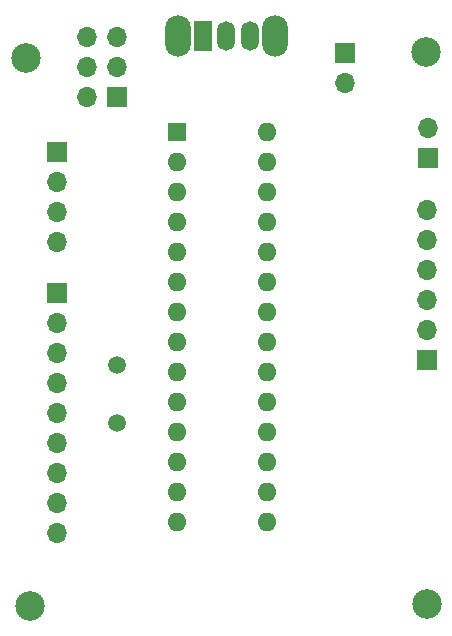
<source format=gbr>
%TF.GenerationSoftware,KiCad,Pcbnew,(6.0.7)*%
%TF.CreationDate,2022-11-04T10:53:51-04:00*%
%TF.ProjectId,proj_7,70726f6a-5f37-42e6-9b69-6361645f7063,rev?*%
%TF.SameCoordinates,Original*%
%TF.FileFunction,Soldermask,Bot*%
%TF.FilePolarity,Negative*%
%FSLAX46Y46*%
G04 Gerber Fmt 4.6, Leading zero omitted, Abs format (unit mm)*
G04 Created by KiCad (PCBNEW (6.0.7)) date 2022-11-04 10:53:51*
%MOMM*%
%LPD*%
G01*
G04 APERTURE LIST*
%ADD10C,2.500000*%
%ADD11R,1.700000X1.700000*%
%ADD12O,1.700000X1.700000*%
%ADD13O,2.200000X3.500000*%
%ADD14R,1.500000X2.500000*%
%ADD15O,1.500000X2.500000*%
%ADD16C,1.500000*%
%ADD17R,1.600000X1.600000*%
%ADD18O,1.600000X1.600000*%
G04 APERTURE END LIST*
D10*
%TO.C,H2*%
X134645400Y-70332600D03*
%TD*%
D11*
%TO.C,J1*%
X134710000Y-96413000D03*
D12*
X134710000Y-93873000D03*
X134710000Y-91333000D03*
X134710000Y-88793000D03*
X134710000Y-86253000D03*
X134710000Y-83713000D03*
%TD*%
D13*
%TO.C,SW1*%
X113629000Y-68928300D03*
X121829000Y-68928300D03*
D14*
X115729000Y-68928300D03*
D15*
X117729000Y-68928300D03*
X119729000Y-68928300D03*
%TD*%
D10*
%TO.C,H1*%
X100736400Y-70840600D03*
%TD*%
%TO.C,H4*%
X134696200Y-117017800D03*
%TD*%
D16*
%TO.C,Y2*%
X108454000Y-96848000D03*
X108454000Y-101728000D03*
%TD*%
D17*
%TO.C,U1*%
X113538000Y-77122000D03*
D18*
X113538000Y-79662000D03*
X113538000Y-82202000D03*
X113538000Y-84742000D03*
X113538000Y-87282000D03*
X113538000Y-89822000D03*
X113538000Y-92362000D03*
X113538000Y-94902000D03*
X113538000Y-97442000D03*
X113538000Y-99982000D03*
X113538000Y-102522000D03*
X113538000Y-105062000D03*
X113538000Y-107602000D03*
X113538000Y-110142000D03*
X121158000Y-110142000D03*
X121158000Y-107602000D03*
X121158000Y-105062000D03*
X121158000Y-102522000D03*
X121158000Y-99982000D03*
X121158000Y-97442000D03*
X121158000Y-94902000D03*
X121158000Y-92362000D03*
X121158000Y-89822000D03*
X121158000Y-87282000D03*
X121158000Y-84742000D03*
X121158000Y-82202000D03*
X121158000Y-79662000D03*
X121158000Y-77122000D03*
%TD*%
D11*
%TO.C,J2*%
X108454000Y-74152000D03*
D12*
X105914000Y-74152000D03*
X108454000Y-71612000D03*
X105914000Y-71612000D03*
X108454000Y-69072000D03*
X105914000Y-69072000D03*
%TD*%
D11*
%TO.C,J3*%
X103378000Y-90678000D03*
D12*
X103378000Y-93218000D03*
X103378000Y-95758000D03*
X103378000Y-98298000D03*
X103378000Y-100838000D03*
X103378000Y-103378000D03*
X103378000Y-105918000D03*
X103378000Y-108458000D03*
X103378000Y-110998000D03*
%TD*%
D11*
%TO.C,J6*%
X103378000Y-78750000D03*
D12*
X103378000Y-81290000D03*
X103378000Y-83830000D03*
X103378000Y-86370000D03*
%TD*%
D11*
%TO.C,J5*%
X134804000Y-79268000D03*
D12*
X134804000Y-76728000D03*
%TD*%
D10*
%TO.C,H3*%
X101092000Y-117221000D03*
%TD*%
D11*
%TO.C,BT1*%
X127762000Y-70358000D03*
D12*
X127762000Y-72898000D03*
%TD*%
M02*

</source>
